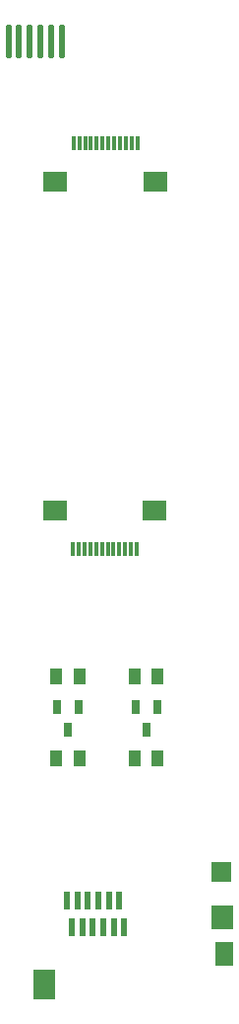
<source format=gbr>
%TF.GenerationSoftware,KiCad,Pcbnew,8.0.4*%
%TF.CreationDate,2025-09-19T21:11:49+01:00*%
%TF.ProjectId,devboard,64657662-6f61-4726-942e-6b696361645f,rev?*%
%TF.SameCoordinates,Original*%
%TF.FileFunction,Paste,Top*%
%TF.FilePolarity,Positive*%
%FSLAX46Y46*%
G04 Gerber Fmt 4.6, Leading zero omitted, Abs format (unit mm)*
G04 Created by KiCad (PCBNEW 8.0.4) date 2025-09-19 21:11:49*
%MOMM*%
%LPD*%
G01*
G04 APERTURE LIST*
G04 Aperture macros list*
%AMRoundRect*
0 Rectangle with rounded corners*
0 $1 Rounding radius*
0 $2 $3 $4 $5 $6 $7 $8 $9 X,Y pos of 4 corners*
0 Add a 4 corners polygon primitive as box body*
4,1,4,$2,$3,$4,$5,$6,$7,$8,$9,$2,$3,0*
0 Add four circle primitives for the rounded corners*
1,1,$1+$1,$2,$3*
1,1,$1+$1,$4,$5*
1,1,$1+$1,$6,$7*
1,1,$1+$1,$8,$9*
0 Add four rect primitives between the rounded corners*
20,1,$1+$1,$2,$3,$4,$5,0*
20,1,$1+$1,$4,$5,$6,$7,0*
20,1,$1+$1,$6,$7,$8,$9,0*
20,1,$1+$1,$8,$9,$2,$3,0*%
G04 Aperture macros list end*
%ADD10R,1.132537X1.377013*%
%ADD11R,1.775000X1.700000*%
%ADD12R,1.925000X2.125000*%
%ADD13R,1.900000X2.600000*%
%ADD14R,1.625000X2.025000*%
%ADD15R,0.600000X1.600000*%
%ADD16R,0.700000X1.250013*%
%ADD17RoundRect,0.117500X0.117500X1.332500X-0.117500X1.332500X-0.117500X-1.332500X0.117500X-1.332500X0*%
%ADD18R,0.300000X1.200000*%
%ADD19R,2.000000X1.800000*%
G04 APERTURE END LIST*
D10*
%TO.C,R2*%
X164750000Y-107500000D03*
X166750000Y-107500000D03*
%TD*%
%TO.C,R1*%
X164750000Y-114500000D03*
X166750000Y-114500000D03*
%TD*%
D11*
%TO.C,U6*%
X179009706Y-124225000D03*
D12*
X179084706Y-128087500D03*
D13*
X163772206Y-133875000D03*
D14*
X179234706Y-131262500D03*
D15*
X170622206Y-129000000D03*
X169722206Y-129000000D03*
X168822206Y-129000000D03*
X167922206Y-129000000D03*
X167022206Y-129000000D03*
X166122206Y-129000000D03*
X170197206Y-126675000D03*
X169297206Y-126675000D03*
X168397206Y-126675000D03*
X167497206Y-126675000D03*
X166597206Y-126675000D03*
X165697206Y-126675000D03*
%TD*%
D16*
%TO.C,U5*%
X173500000Y-110050038D03*
X171600076Y-110050038D03*
X172550038Y-112050038D03*
%TD*%
%TO.C,U4*%
X166699962Y-110050038D03*
X164800038Y-110050038D03*
X165750000Y-112050038D03*
%TD*%
D10*
%TO.C,R3*%
X173500000Y-107500000D03*
X171500000Y-107500000D03*
%TD*%
D17*
%TO.C,U1*%
X160650000Y-53000000D03*
X161570000Y-53000000D03*
X162490000Y-53000000D03*
X163410000Y-53000000D03*
X164330000Y-53000000D03*
X165250000Y-53000000D03*
%TD*%
D18*
%TO.C,U2*%
X171750064Y-61754001D03*
X171249936Y-61754001D03*
X170750064Y-61754001D03*
X170249936Y-61754001D03*
X169750064Y-61754001D03*
X169249936Y-61754001D03*
X168750064Y-61754001D03*
X168249936Y-61754001D03*
X167750064Y-61754001D03*
X167249936Y-61754001D03*
X166750064Y-61754001D03*
X166249936Y-61754001D03*
D19*
X164700025Y-65003937D03*
X173299975Y-65003937D03*
%TD*%
D10*
%TO.C,R4*%
X173500000Y-114500000D03*
X171500000Y-114500000D03*
%TD*%
D18*
%TO.C,U3*%
X166199961Y-96499936D03*
X166700089Y-96499936D03*
X167199961Y-96499936D03*
X167700089Y-96499936D03*
X168199961Y-96499936D03*
X168700089Y-96499936D03*
X169199961Y-96499936D03*
X169700089Y-96499936D03*
X170199961Y-96499936D03*
X170700089Y-96499936D03*
X171199961Y-96499936D03*
X171700089Y-96499936D03*
D19*
X173250000Y-93250000D03*
X164650050Y-93250000D03*
%TD*%
M02*

</source>
